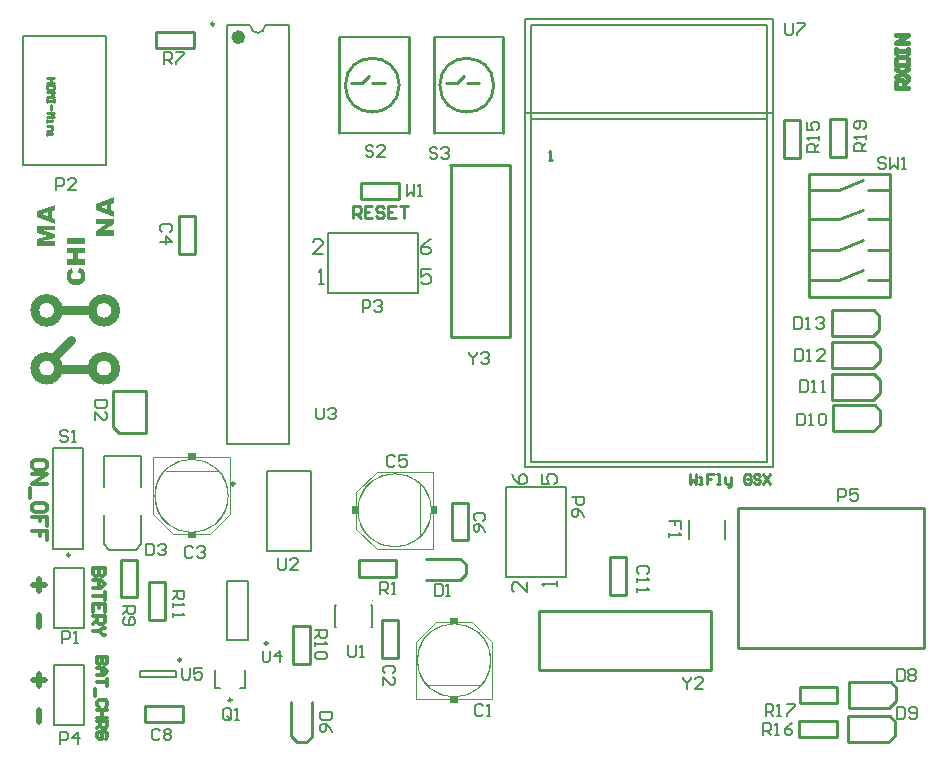
<source format=gto>
%FSLAX42Y42*%
%MOMM*%
G71*
G01*
G75*
%ADD10R,1.30X1.50*%
%ADD11R,1.00X1.10*%
%ADD12R,1.10X1.00*%
%ADD13O,2.20X0.60*%
%ADD14R,1.50X1.30*%
%ADD15R,1.40X3.00*%
%ADD16R,3.00X1.40*%
%ADD17O,1.00X3.20*%
%ADD18R,1.00X3.20*%
%ADD19R,2.00X1.10*%
%ADD20R,6.00X2.00*%
%ADD21R,2.00X6.00*%
%ADD22R,0.80X2.00*%
%ADD23R,1.75X3.50*%
%ADD24R,1.75X1.10*%
%ADD25R,1.75X1.10*%
%ADD26R,2.30X2.30*%
%ADD27R,0.90X0.95*%
%ADD28R,0.90X0.95*%
%ADD29R,0.65X1.10*%
%ADD30R,0.55X1.45*%
%ADD31R,0.55X1.45*%
%ADD32R,1.00X1.00*%
%ADD33R,3.30X1.40*%
%ADD34C,1.00*%
%ADD35R,1.20X0.23*%
%ADD36C,0.40*%
%ADD37C,0.45*%
%ADD38C,0.25*%
%ADD39C,0.60*%
%ADD40C,0.25*%
%ADD41C,0.30*%
%ADD42C,1.52*%
%ADD43C,3.22*%
%ADD44C,1.68*%
%ADD45C,1.50*%
%ADD46R,1.50X1.50*%
%ADD47R,1.50X1.50*%
%ADD48C,1.85*%
%ADD49R,1.85X1.85*%
G04:AMPARAMS|DCode=50|XSize=1.25mm|YSize=2mm|CornerRadius=0.31mm|HoleSize=0mm|Usage=FLASHONLY|Rotation=270.000|XOffset=0mm|YOffset=0mm|HoleType=Round|Shape=RoundedRectangle|*
%AMROUNDEDRECTD50*
21,1,1.25,1.38,0,0,270.0*
21,1,0.63,2.00,0,0,270.0*
1,1,0.63,-0.69,-0.31*
1,1,0.63,-0.69,0.31*
1,1,0.63,0.69,0.31*
1,1,0.63,0.69,-0.31*
%
%ADD50ROUNDEDRECTD50*%
G04:AMPARAMS|DCode=51|XSize=1.25mm|YSize=1.8mm|CornerRadius=0.31mm|HoleSize=0mm|Usage=FLASHONLY|Rotation=270.000|XOffset=0mm|YOffset=0mm|HoleType=Round|Shape=RoundedRectangle|*
%AMROUNDEDRECTD51*
21,1,1.25,1.18,0,0,270.0*
21,1,0.63,1.80,0,0,270.0*
1,1,0.63,-0.59,-0.31*
1,1,0.63,-0.59,0.31*
1,1,0.63,0.59,0.31*
1,1,0.63,0.59,-0.31*
%
%ADD51ROUNDEDRECTD51*%
%ADD52C,0.70*%
%ADD53C,0.66*%
%ADD54O,0.85X0.30*%
%ADD55O,0.30X0.85*%
%ADD56R,2.80X2.80*%
%ADD57O,0.25X0.75*%
%ADD58O,0.75X0.25*%
%ADD59R,3.80X3.80*%
%ADD60R,1.70X1.10*%
%ADD61R,1.40X3.30*%
%ADD62R,2.00X0.70*%
%ADD63C,0.50*%
%ADD64C,0.10*%
%ADD65C,0.20*%
%ADD66C,0.10*%
%ADD67C,0.80*%
%ADD68C,0.13*%
%ADD69C,0.20*%
%ADD70R,0.70X0.60*%
%ADD71R,0.60X0.70*%
G36*
X-5874Y1693D02*
X-5873Y1693D01*
X-5872Y1692D01*
X-5869Y1691D01*
X-5865Y1690D01*
X-5860Y1688D01*
X-5855Y1686D01*
X-5850Y1683D01*
X-5846Y1680D01*
X-5845Y1679D01*
X-5844Y1678D01*
X-5842Y1676D01*
X-5839Y1674D01*
X-5836Y1671D01*
X-5833Y1667D01*
X-5831Y1662D01*
X-5828Y1658D01*
X-5828Y1657D01*
X-5827Y1655D01*
X-5826Y1652D01*
X-5825Y1649D01*
X-5824Y1644D01*
X-5823Y1638D01*
X-5823Y1631D01*
X-5822Y1624D01*
Y1624D01*
Y1623D01*
Y1622D01*
Y1620D01*
X-5823Y1618D01*
Y1615D01*
X-5823Y1610D01*
X-5824Y1603D01*
X-5825Y1597D01*
X-5827Y1590D01*
X-5829Y1583D01*
Y1583D01*
X-5830Y1583D01*
X-5830Y1582D01*
X-5831Y1581D01*
X-5833Y1578D01*
X-5835Y1574D01*
X-5839Y1570D01*
X-5843Y1565D01*
X-5848Y1561D01*
X-5855Y1556D01*
X-5855D01*
X-5856Y1556D01*
X-5857Y1555D01*
X-5858Y1555D01*
X-5860Y1554D01*
X-5862Y1553D01*
X-5865Y1552D01*
X-5867Y1551D01*
X-5871Y1550D01*
X-5874Y1549D01*
X-5878Y1548D01*
X-5882Y1547D01*
X-5891Y1546D01*
X-5901Y1545D01*
X-5905D01*
X-5908Y1545D01*
X-5911Y1546D01*
X-5914Y1546D01*
X-5918Y1547D01*
X-5923Y1548D01*
X-5932Y1550D01*
X-5937Y1551D01*
X-5942Y1553D01*
X-5947Y1556D01*
X-5951Y1558D01*
X-5955Y1561D01*
X-5959Y1565D01*
X-5960Y1565D01*
X-5960Y1566D01*
X-5961Y1567D01*
X-5963Y1569D01*
X-5964Y1571D01*
X-5966Y1573D01*
X-5968Y1576D01*
X-5970Y1580D01*
X-5972Y1583D01*
X-5973Y1588D01*
X-5975Y1592D01*
X-5977Y1597D01*
X-5978Y1603D01*
X-5979Y1609D01*
X-5980Y1615D01*
X-5980Y1622D01*
Y1622D01*
Y1623D01*
Y1625D01*
X-5980Y1626D01*
Y1629D01*
X-5979Y1632D01*
X-5979Y1635D01*
X-5978Y1638D01*
X-5977Y1645D01*
X-5975Y1653D01*
X-5972Y1660D01*
X-5970Y1664D01*
X-5968Y1667D01*
Y1667D01*
X-5968Y1668D01*
X-5967Y1669D01*
X-5966Y1670D01*
X-5963Y1673D01*
X-5959Y1676D01*
X-5954Y1680D01*
X-5948Y1684D01*
X-5941Y1688D01*
X-5932Y1692D01*
X-5923Y1650D01*
X-5924D01*
X-5925Y1650D01*
X-5926Y1649D01*
X-5927Y1649D01*
X-5930Y1647D01*
X-5932Y1646D01*
X-5933Y1645D01*
X-5934Y1645D01*
X-5934Y1645D01*
X-5935Y1644D01*
X-5937Y1643D01*
X-5939Y1640D01*
X-5942Y1635D01*
Y1635D01*
X-5942Y1635D01*
X-5943Y1633D01*
X-5943Y1632D01*
X-5944Y1630D01*
X-5944Y1628D01*
X-5945Y1623D01*
Y1623D01*
Y1622D01*
Y1621D01*
X-5944Y1620D01*
X-5944Y1617D01*
X-5943Y1614D01*
X-5942Y1610D01*
X-5939Y1606D01*
X-5936Y1602D01*
X-5934Y1600D01*
X-5932Y1599D01*
X-5931Y1598D01*
X-5930Y1598D01*
X-5928Y1597D01*
X-5925Y1595D01*
X-5920Y1594D01*
X-5915Y1593D01*
X-5909Y1592D01*
X-5902Y1592D01*
X-5898D01*
X-5896Y1592D01*
X-5893D01*
X-5888Y1593D01*
X-5882Y1594D01*
X-5877Y1595D01*
X-5871Y1597D01*
X-5869Y1598D01*
X-5867Y1600D01*
X-5867Y1600D01*
X-5866Y1601D01*
X-5864Y1603D01*
X-5862Y1605D01*
X-5861Y1609D01*
X-5859Y1612D01*
X-5858Y1616D01*
X-5858Y1621D01*
Y1622D01*
Y1622D01*
Y1624D01*
X-5858Y1626D01*
X-5859Y1629D01*
X-5860Y1632D01*
X-5861Y1636D01*
X-5863Y1639D01*
X-5865Y1642D01*
X-5865Y1642D01*
X-5867Y1643D01*
X-5868Y1644D01*
X-5871Y1645D01*
X-5874Y1647D01*
X-5878Y1649D01*
X-5882Y1650D01*
X-5887Y1652D01*
X-5875Y1693D01*
X-5874D01*
X-5874Y1693D01*
D02*
G37*
G36*
X-5825Y1815D02*
X-5887D01*
Y1763D01*
X-5825D01*
Y1716D01*
X-5977D01*
Y1763D01*
X-5924D01*
Y1815D01*
X-5977D01*
Y1862D01*
X-5825D01*
Y1815D01*
D02*
G37*
G36*
X-5583Y2064D02*
X-5666Y2007D01*
X-5583D01*
Y1962D01*
X-5735D01*
Y2006D01*
X-5650Y2064D01*
X-5735D01*
Y2108D01*
X-5583D01*
Y2064D01*
D02*
G37*
G36*
Y2240D02*
X-5608Y2233D01*
Y2180D01*
X-5583Y2172D01*
Y2124D01*
X-5735Y2181D01*
Y2233D01*
X-5583Y2290D01*
Y2240D01*
D02*
G37*
G36*
X-6078Y2177D02*
X-6103Y2169D01*
Y2116D01*
X-6078Y2108D01*
Y2061D01*
X-6230Y2118D01*
Y2169D01*
X-6078Y2226D01*
Y2177D01*
D02*
G37*
G36*
Y2008D02*
X-6193D01*
X-6078Y1978D01*
Y1943D01*
X-6193Y1914D01*
X-6078D01*
Y1875D01*
X-6230D01*
Y1937D01*
X-6137Y1961D01*
X-6230Y1984D01*
Y2046D01*
X-6078D01*
Y2008D01*
D02*
G37*
G36*
X-5825Y1895D02*
X-5977D01*
Y1942D01*
X-5825D01*
Y1895D01*
D02*
G37*
%LPC*%
G36*
X-6135Y2160D02*
X-6190Y2143D01*
X-6135Y2126D01*
Y2160D01*
D02*
G37*
G36*
X-5640Y2223D02*
X-5695Y2206D01*
X-5640Y2189D01*
Y2223D01*
D02*
G37*
%LPD*%
D36*
X1145Y3210D02*
X1045D01*
Y3260D01*
X1062Y3277D01*
X1095D01*
X1112Y3260D01*
Y3210D01*
Y3243D02*
X1145Y3277D01*
X1045Y3310D02*
X1145Y3377D01*
X1045D02*
X1145Y3310D01*
X1045Y3410D02*
X1145D01*
Y3460D01*
X1128Y3477D01*
X1062D01*
X1045Y3460D01*
Y3410D01*
Y3510D02*
Y3543D01*
Y3527D01*
X1145D01*
Y3510D01*
Y3543D01*
Y3593D02*
X1045D01*
X1145Y3660D01*
X1045D01*
D38*
X-2365Y3237D02*
G03*
X-2365Y3237I-228J0D01*
G01*
X-3165Y3237D02*
G03*
X-3165Y3237I-228J0D01*
G01*
X497Y1110D02*
X843D01*
X900Y1168D01*
Y1282D01*
X852Y1330D02*
X900Y1282D01*
X497Y1330D02*
X852D01*
X497Y1110D02*
Y1325D01*
X500Y840D02*
X845D01*
X902Y898D01*
Y1012D01*
X855Y1060D02*
X902Y1012D01*
X500Y1060D02*
X855D01*
X500Y840D02*
Y1055D01*
X500Y570D02*
X845D01*
X902Y628D01*
Y742D01*
X855Y790D02*
X902Y742D01*
X500Y790D02*
X855D01*
X500Y570D02*
Y785D01*
X505Y305D02*
X850D01*
X907Y362D01*
Y477D01*
X860Y525D02*
X907Y477D01*
X505Y525D02*
X860D01*
X505Y305D02*
Y520D01*
X-5031Y1810D02*
X-4894D01*
X-5031D02*
Y2130D01*
X-4894D01*
Y1810D02*
Y2130D01*
X481Y2950D02*
X618D01*
Y2630D02*
Y2950D01*
X481Y2630D02*
X618D01*
X481D02*
Y2950D01*
X545Y-1993D02*
Y-1856D01*
X225Y-1993D02*
X545D01*
X225D02*
Y-1856D01*
X545D01*
X543Y-2281D02*
Y-2144D01*
X223Y-2281D02*
X543D01*
X223D02*
Y-2144D01*
X543D01*
X94Y2622D02*
X231D01*
X94D02*
Y2942D01*
X231D01*
Y2622D02*
Y2942D01*
X-3905Y-2279D02*
Y-1987D01*
X-3953Y-2327D02*
X-3905Y-2279D01*
X-4032Y-2327D02*
X-3953D01*
X-4082Y-2276D02*
X-4032Y-2327D01*
X-4082Y-2276D02*
Y-1987D01*
X-2593Y3257D02*
X-2487D01*
X-2677D02*
X-2619Y3316D01*
X-2680Y3257D02*
X-2677D01*
X-2769D02*
X-2680D01*
X-2286Y2828D02*
Y3643D01*
X-2873Y2828D02*
Y3643D01*
X-3393Y3257D02*
X-3287D01*
X-3477D02*
X-3419Y3316D01*
X-3480Y3257D02*
X-3477D01*
X-3569D02*
X-3480D01*
X-3086Y2828D02*
Y3643D01*
X-3673Y2828D02*
Y3643D01*
X807Y1585D02*
X990D01*
X562Y1588D02*
X762Y1668D01*
X303Y1585D02*
X562D01*
X303Y1440D02*
X990D01*
X303Y1843D02*
X562D01*
Y1845D02*
X762Y1925D01*
X807Y1843D02*
X990D01*
X303Y2100D02*
X562D01*
Y2103D02*
X762Y2183D01*
X807Y2100D02*
X990D01*
X807Y2350D02*
X990D01*
X562Y2353D02*
X762Y2433D01*
X303Y2350D02*
X562D01*
X303Y2488D02*
X990D01*
X303Y1440D02*
Y2488D01*
X990Y1440D02*
Y2488D01*
X-295Y-1525D02*
Y-345D01*
X1280D01*
Y-1525D02*
Y-345D01*
X-295Y-1525D02*
X1280D01*
X632Y-2327D02*
Y-2112D01*
Y-2108D02*
X988D01*
X1035Y-2155D01*
Y-2270D02*
Y-2155D01*
X977Y-2327D02*
X1035Y-2270D01*
X632Y-2327D02*
X977D01*
X640Y-2038D02*
Y-1823D01*
Y-1817D02*
X995D01*
X1042Y-1865D01*
Y-1980D02*
Y-1865D01*
X985Y-2038D02*
X1042Y-1980D01*
X640Y-2038D02*
X985D01*
X-1384Y-760D02*
X-1247D01*
Y-1080D02*
Y-760D01*
X-1384Y-1080D02*
X-1247D01*
X-1384D02*
Y-760D01*
X-525Y-1215D02*
X-522Y-1212D01*
X-1980Y-1215D02*
X-525D01*
X-1980Y-1715D02*
X-1977Y-1717D01*
X-522D01*
Y-1212D01*
X-1980Y-1715D02*
Y-1215D01*
X-2733Y2565D02*
X-2730Y2563D01*
Y1107D02*
Y2563D01*
X-2230Y1107D02*
X-2227Y1110D01*
Y2565D01*
X-2733D02*
X-2227D01*
X-2730Y1107D02*
X-2230D01*
X-4905Y3554D02*
Y3691D01*
X-5225Y3554D02*
X-4905D01*
X-5225D02*
Y3691D01*
X-4905D01*
X-3165Y2274D02*
Y2411D01*
X-3485Y2274D02*
X-3165D01*
X-3485D02*
Y2411D01*
X-3165D01*
X-5586Y346D02*
Y650D01*
Y346D02*
X-5535Y295D01*
X-5307D01*
Y650D01*
X-5586D02*
X-5307D01*
X-2721Y-297D02*
X-2584D01*
Y-617D02*
Y-297D01*
X-2721Y-617D02*
X-2584D01*
X-2721D02*
Y-297D01*
X-2938Y-772D02*
X-2646D01*
X-2598Y-820D01*
Y-899D02*
Y-820D01*
X-2649Y-950D02*
X-2598Y-899D01*
X-2938Y-950D02*
X-2649D01*
X-3508Y-924D02*
Y-787D01*
X-3188D01*
Y-924D02*
Y-787D01*
X-3508Y-924D02*
X-3188D01*
X-5521Y-1100D02*
X-5384D01*
X-5521D02*
Y-780D01*
X-5384D01*
Y-1100D02*
Y-780D01*
X-5281Y-1290D02*
X-5144D01*
X-5281D02*
Y-970D01*
X-5144D01*
Y-1290D02*
Y-970D01*
X-5313Y-2156D02*
Y-2019D01*
X-4993D01*
Y-2156D02*
Y-2019D01*
X-5313Y-2156D02*
X-4993D01*
X-4061Y-1665D02*
X-3924D01*
X-4061D02*
Y-1345D01*
X-3924D01*
Y-1665D02*
Y-1345D01*
X-3308Y-1610D02*
X-3171D01*
X-3308D02*
Y-1290D01*
X-3171D01*
Y-1610D02*
Y-1290D01*
X-6105Y927D02*
X-6092D01*
X-705Y-56D02*
Y-138D01*
X-678Y-110D01*
X-651Y-138D01*
Y-56D01*
X-624Y-138D02*
X-597D01*
X-610D01*
Y-83D01*
X-624D01*
X-502Y-56D02*
X-556D01*
Y-97D01*
X-529D01*
X-556D01*
Y-138D01*
X-475D02*
X-448D01*
X-461D01*
Y-56D01*
X-475D01*
X-407Y-83D02*
Y-124D01*
X-394Y-138D01*
X-353D01*
Y-151D01*
X-366Y-165D01*
X-380D01*
X-353Y-138D02*
Y-83D01*
X-190Y-70D02*
X-204Y-56D01*
X-231D01*
X-245Y-70D01*
Y-124D01*
X-231Y-138D01*
X-204D01*
X-190Y-124D01*
Y-97D01*
X-217D01*
X-109Y-70D02*
X-123Y-56D01*
X-150D01*
X-163Y-70D01*
Y-83D01*
X-150Y-97D01*
X-123D01*
X-109Y-110D01*
Y-124D01*
X-123Y-138D01*
X-150D01*
X-163Y-124D01*
X-82Y-56D02*
X-28Y-138D01*
Y-56D02*
X-82Y-138D01*
X-1900Y2600D02*
X-1873D01*
X-1886D01*
Y2681D01*
X-1900Y2668D01*
X-6087Y3300D02*
X-6147D01*
X-6117D01*
Y3259D01*
X-6087D01*
X-6147D01*
X-6087Y3239D02*
X-6147D01*
Y3209D01*
X-6137Y3198D01*
X-6097D01*
X-6087Y3209D01*
Y3239D01*
X-6147Y3178D02*
X-6087D01*
X-6107Y3158D01*
X-6087Y3137D01*
X-6147D01*
X-6087Y3117D02*
Y3097D01*
Y3107D01*
X-6147D01*
Y3117D01*
Y3097D01*
X-6117Y3066D02*
Y3026D01*
X-6147Y3005D02*
X-6087D01*
X-6107Y2985D01*
X-6087Y2965D01*
X-6147D01*
Y2945D02*
Y2924D01*
Y2934D01*
X-6107D01*
Y2945D01*
X-6147Y2894D02*
X-6107D01*
Y2863D01*
X-6117Y2853D01*
X-6147D01*
Y2833D02*
Y2812D01*
Y2823D01*
X-6107D01*
Y2833D01*
D39*
X-4497Y3643D02*
G03*
X-4497Y3643I-30J0D01*
G01*
D40*
X-4280Y-1488D02*
G03*
X-4280Y-1488I-12J0D01*
G01*
X-4731Y3754D02*
G03*
X-4731Y3754I-12J0D01*
G01*
X-5952Y-741D02*
G03*
X-5952Y-741I-12J0D01*
G01*
X-4560Y-138D02*
G03*
X-4560Y-138I-12J0D01*
G01*
X-4585Y-1968D02*
G03*
X-4585Y-1968I-12J0D01*
G01*
X-5012Y-1627D02*
G03*
X-5012Y-1627I-12J0D01*
G01*
X-3558Y2112D02*
Y2212D01*
X-3508D01*
X-3491Y2196D01*
Y2162D01*
X-3508Y2146D01*
X-3558D01*
X-3524D02*
X-3491Y2112D01*
X-3391Y2212D02*
X-3458D01*
Y2112D01*
X-3391D01*
X-3458Y2162D02*
X-3424D01*
X-3291Y2196D02*
X-3308Y2212D01*
X-3341D01*
X-3358Y2196D01*
Y2179D01*
X-3341Y2162D01*
X-3308D01*
X-3291Y2146D01*
Y2129D01*
X-3308Y2112D01*
X-3341D01*
X-3358Y2129D01*
X-3191Y2212D02*
X-3258D01*
Y2112D01*
X-3191D01*
X-3258Y2162D02*
X-3224D01*
X-3158Y2212D02*
X-3091D01*
X-3124D01*
Y2112D01*
D41*
X-5655Y-855D02*
X-5755D01*
Y-905D01*
X-5738Y-922D01*
X-5722D01*
X-5705Y-905D01*
Y-855D01*
Y-905D01*
X-5688Y-922D01*
X-5672D01*
X-5655Y-905D01*
Y-855D01*
X-5755Y-955D02*
X-5688D01*
X-5655Y-988D01*
X-5688Y-1022D01*
X-5755D01*
X-5705D01*
Y-955D01*
X-5655Y-1055D02*
Y-1122D01*
Y-1088D01*
X-5755D01*
X-5655Y-1222D02*
Y-1155D01*
X-5755D01*
Y-1222D01*
X-5705Y-1155D02*
Y-1188D01*
X-5755Y-1255D02*
X-5655D01*
Y-1305D01*
X-5672Y-1322D01*
X-5705D01*
X-5722Y-1305D01*
Y-1255D01*
Y-1288D02*
X-5755Y-1322D01*
X-5655Y-1355D02*
X-5672D01*
X-5705Y-1388D01*
X-5672Y-1421D01*
X-5655D01*
X-5705Y-1388D02*
X-5755D01*
X-5635Y-1608D02*
X-5725D01*
Y-1652D01*
X-5710Y-1667D01*
X-5695D01*
X-5680Y-1652D01*
Y-1608D01*
Y-1652D01*
X-5665Y-1667D01*
X-5650D01*
X-5635Y-1652D01*
Y-1608D01*
X-5725Y-1697D02*
X-5665D01*
X-5635Y-1727D01*
X-5665Y-1757D01*
X-5725D01*
X-5680D01*
Y-1697D01*
X-5635Y-1787D02*
Y-1847D01*
Y-1817D01*
X-5725D01*
X-5740Y-1877D02*
Y-1937D01*
X-5650Y-2027D02*
X-5635Y-2012D01*
Y-1982D01*
X-5650Y-1967D01*
X-5710D01*
X-5725Y-1982D01*
Y-2012D01*
X-5710Y-2027D01*
X-5635Y-2057D02*
X-5725D01*
X-5680D01*
Y-2117D01*
X-5635D01*
X-5725D01*
Y-2147D02*
X-5635D01*
Y-2192D01*
X-5650Y-2207D01*
X-5680D01*
X-5695Y-2192D01*
Y-2147D01*
Y-2177D02*
X-5725Y-2207D01*
X-5650Y-2297D02*
X-5635Y-2282D01*
Y-2252D01*
X-5650Y-2237D01*
X-5710D01*
X-5725Y-2252D01*
Y-2282D01*
X-5710Y-2297D01*
X-5680D01*
Y-2267D01*
X-6150Y3D02*
Y43D01*
X-6170Y62D01*
X-6250D01*
X-6270Y43D01*
Y3D01*
X-6250Y-17D01*
X-6170D01*
X-6150Y3D01*
X-6270Y-57D02*
X-6150D01*
X-6270Y-137D01*
X-6150D01*
X-6290Y-177D02*
Y-257D01*
X-6150Y-357D02*
Y-317D01*
X-6170Y-297D01*
X-6250D01*
X-6270Y-317D01*
Y-357D01*
X-6250Y-377D01*
X-6170D01*
X-6150Y-357D01*
Y-497D02*
Y-417D01*
X-6210D01*
Y-457D01*
Y-417D01*
X-6270D01*
X-6150Y-617D02*
Y-537D01*
X-6210D01*
Y-577D01*
Y-537D01*
X-6270D01*
D63*
X-6216Y-948D02*
Y-1049D01*
X-6166Y-998D02*
X-6267D01*
X-6216Y-1252D02*
Y-1354D01*
Y-1748D02*
Y-1849D01*
X-6166Y-1798D02*
X-6267D01*
X-6216Y-2052D02*
Y-2154D01*
D64*
X-4828Y-535D02*
G03*
X-4828Y55I-95J295D01*
G01*
X-5017D02*
G03*
X-5017Y-535I95J-295D01*
G01*
X-4613Y-240D02*
G03*
X-4613Y-240I-310J0D01*
G01*
X-3498Y-457D02*
G03*
X-2907Y-457I295J95D01*
G01*
Y-268D02*
G03*
X-3498Y-268I-295J-95D01*
G01*
X-2893Y-362D02*
G03*
X-2893Y-362I-310J0D01*
G01*
X-2795Y-1338D02*
G03*
X-2795Y-1928I95J-295D01*
G01*
X-2605D02*
G03*
X-2605Y-1338I-95J295D01*
G01*
X-2390Y-1633D02*
G03*
X-2390Y-1633I-310J0D01*
G01*
X-4598Y-395D02*
Y85D01*
X-4768Y-565D02*
X-4598Y-395D01*
X-5077Y-565D02*
X-4768D01*
X-5247Y-395D02*
X-5077Y-565D01*
X-5247Y-395D02*
Y85D01*
X-4598D01*
X-4828D02*
X-4598D01*
Y-395D02*
Y85D01*
X-4768Y-565D02*
X-4598Y-395D01*
X-4828Y-565D02*
X-4768D01*
X-5077D02*
X-5017D01*
X-5247Y-395D02*
X-5077Y-565D01*
X-5247Y-395D02*
Y85D01*
X-5017D01*
X-5142Y-30D02*
X-4698D01*
X-3357Y-687D02*
X-2878D01*
X-3527Y-517D02*
X-3357Y-687D01*
X-3527Y-517D02*
Y-208D01*
X-3357Y-38D01*
X-2878D01*
Y-687D02*
Y-38D01*
Y-687D02*
Y-457D01*
X-3357Y-687D02*
X-2878D01*
X-3527Y-517D02*
X-3357Y-687D01*
X-3527Y-517D02*
Y-457D01*
Y-268D02*
Y-208D01*
X-3357Y-38D01*
X-2878D01*
Y-268D02*
Y-38D01*
X-2992Y-587D02*
Y-143D01*
X-3025Y-1957D02*
Y-1478D01*
X-2855Y-1308D01*
X-2545D01*
X-2375Y-1478D01*
Y-1957D02*
Y-1478D01*
X-3025Y-1957D02*
X-2375D01*
X-3025D02*
X-2795D01*
X-3025D02*
Y-1478D01*
X-2855Y-1308D01*
X-2795D01*
X-2605D02*
X-2545D01*
X-2375Y-1478D01*
Y-1957D02*
Y-1478D01*
X-2605Y-1957D02*
X-2375D01*
X-2925Y-1843D02*
X-2480D01*
D65*
X-4426Y3743D02*
G03*
X-4299Y3743I63J0D01*
G01*
X-4442Y-1462D02*
Y-962D01*
X-4622Y-1462D02*
Y-962D01*
Y-1462D02*
X-4442D01*
X-4622Y-962D02*
X-4442D01*
X-2873Y3643D02*
X-2286D01*
X-2873Y2828D02*
X-2286D01*
X-3673Y3643D02*
X-3086D01*
X-3673Y2828D02*
X-3086D01*
X-1756Y-654D02*
Y-167D01*
Y-929D02*
Y-167D01*
X-2264Y-929D02*
Y-167D01*
Y-929D02*
X-1756D01*
X-2264Y-167D02*
X-1756D01*
X-4627Y203D02*
Y3743D01*
X-4097Y203D02*
Y3743D01*
X-4627D02*
X-4426D01*
X-4299D02*
X-4097D01*
X-4627Y203D02*
X-4097D01*
X-3494Y1476D02*
X-3008D01*
X-3769D02*
X-3008D01*
X-3769Y1983D02*
X-3008D01*
X-3769Y1476D02*
Y1983D01*
X-3008Y1476D02*
Y1983D01*
X-6092Y-693D02*
X-5838D01*
Y163D01*
X-6092D02*
X-5838D01*
X-6092Y-693D02*
Y163D01*
X-5833Y-1361D02*
Y-853D01*
X-6087D02*
X-5833D01*
X-6087Y-1361D02*
Y-853D01*
Y-1361D02*
X-5833D01*
X-4285Y-703D02*
Y-32D01*
Y-703D02*
X-3915D01*
Y-32D01*
X-4285D02*
X-3915D01*
X-5833Y-2181D02*
Y-1673D01*
X-6087D02*
X-5833D01*
X-6087Y-2181D02*
Y-1673D01*
Y-2181D02*
X-5833D01*
X-5663Y95D02*
X-5352D01*
X-5663Y-650D02*
X-5618Y-695D01*
X-5397D02*
X-5352Y-650D01*
X-5618Y-695D02*
X-5397D01*
X-5663Y-165D02*
Y95D01*
X-5352Y-165D02*
Y95D01*
Y-650D02*
Y-405D01*
X-5663Y-650D02*
Y-405D01*
X-4728Y-1865D02*
X-4683D01*
X-4513D02*
X-4468D01*
X-4728D02*
Y-1718D01*
X-4468Y-1865D02*
Y-1718D01*
X-5362Y-1773D02*
X-5053D01*
X-5362Y-1723D02*
X-5053D01*
X-5362Y-1773D02*
Y-1723D01*
X-5053Y-1773D02*
Y-1723D01*
X-3705Y-1168D02*
X-3700D01*
X-3705Y-1348D02*
X-3700D01*
X-3400Y-1168D02*
X-3395D01*
X-3400Y-1348D02*
X-3395D01*
Y-1168D01*
X-3705Y-1348D02*
Y-1168D01*
X-405Y-605D02*
Y-445D01*
X-715Y-605D02*
Y-445D01*
X-3102Y2400D02*
Y2300D01*
X-3069Y2333D01*
X-3036Y2300D01*
Y2400D01*
X-3003Y2300D02*
X-2969D01*
X-2986D01*
Y2400D01*
X-3003Y2383D01*
X-2458Y-2017D02*
X-2475Y-2000D01*
X-2508D01*
X-2525Y-2017D01*
Y-2083D01*
X-2508Y-2100D01*
X-2475D01*
X-2458Y-2083D01*
X-2425Y-2100D02*
X-2392D01*
X-2408D01*
Y-2000D01*
X-2425Y-2017D01*
X-3219Y-1744D02*
X-3203Y-1727D01*
Y-1694D01*
X-3219Y-1677D01*
X-3286D01*
X-3303Y-1694D01*
Y-1727D01*
X-3286Y-1744D01*
X-3303Y-1844D02*
Y-1777D01*
X-3236Y-1844D01*
X-3219D01*
X-3203Y-1827D01*
Y-1794D01*
X-3219Y-1777D01*
X-4913Y-684D02*
X-4930Y-668D01*
X-4963D01*
X-4980Y-684D01*
Y-751D01*
X-4963Y-768D01*
X-4930D01*
X-4913Y-751D01*
X-4880Y-684D02*
X-4863Y-668D01*
X-4830D01*
X-4813Y-684D01*
Y-701D01*
X-4830Y-718D01*
X-4847D01*
X-4830D01*
X-4813Y-734D01*
Y-751D01*
X-4830Y-768D01*
X-4863D01*
X-4880Y-751D01*
X-5104Y1996D02*
X-5088Y2013D01*
Y2046D01*
X-5104Y2062D01*
X-5171D01*
X-5188Y2046D01*
Y2013D01*
X-5171Y1996D01*
X-5188Y1913D02*
X-5088D01*
X-5138Y1963D01*
Y1896D01*
X-3198Y86D02*
X-3215Y102D01*
X-3248D01*
X-3265Y86D01*
Y19D01*
X-3248Y3D01*
X-3215D01*
X-3198Y19D01*
X-3098Y102D02*
X-3165D01*
Y52D01*
X-3132Y69D01*
X-3115D01*
X-3098Y52D01*
Y19D01*
X-3115Y3D01*
X-3148D01*
X-3165Y19D01*
X-2452Y-449D02*
X-2435Y-432D01*
Y-399D01*
X-2452Y-383D01*
X-2518D01*
X-2535Y-399D01*
Y-432D01*
X-2518Y-449D01*
X-2435Y-549D02*
X-2452Y-516D01*
X-2485Y-482D01*
X-2518D01*
X-2535Y-499D01*
Y-532D01*
X-2518Y-549D01*
X-2502D01*
X-2485Y-532D01*
Y-482D01*
X-5193Y-2227D02*
X-5210Y-2210D01*
X-5243D01*
X-5260Y-2227D01*
Y-2293D01*
X-5243Y-2310D01*
X-5210D01*
X-5193Y-2293D01*
X-5160Y-2227D02*
X-5143Y-2210D01*
X-5110D01*
X-5093Y-2227D01*
Y-2243D01*
X-5110Y-2260D01*
X-5093Y-2277D01*
Y-2293D01*
X-5110Y-2310D01*
X-5143D01*
X-5160Y-2293D01*
Y-2277D01*
X-5143Y-2260D01*
X-5160Y-2243D01*
Y-2227D01*
X-5143Y-2260D02*
X-5110D01*
X-1069Y-904D02*
X-1053Y-887D01*
Y-854D01*
X-1069Y-838D01*
X-1136D01*
X-1152Y-854D01*
Y-887D01*
X-1136Y-904D01*
X-1152Y-937D02*
Y-971D01*
Y-954D01*
X-1053D01*
X-1069Y-937D01*
X-1152Y-1021D02*
Y-1054D01*
Y-1037D01*
X-1053D01*
X-1069Y-1021D01*
X-2865Y-985D02*
Y-1085D01*
X-2815D01*
X-2798Y-1068D01*
Y-1002D01*
X-2815Y-985D01*
X-2865D01*
X-2765Y-1085D02*
X-2732D01*
X-2748D01*
Y-985D01*
X-2765Y-1002D01*
X-5305Y-645D02*
Y-745D01*
X-5255D01*
X-5238Y-728D01*
Y-662D01*
X-5255Y-645D01*
X-5305D01*
X-5205Y-662D02*
X-5188Y-645D01*
X-5155D01*
X-5138Y-662D01*
Y-678D01*
X-5155Y-695D01*
X-5172D01*
X-5155D01*
X-5138Y-712D01*
Y-728D01*
X-5155Y-745D01*
X-5188D01*
X-5205Y-728D01*
X-3735Y-2070D02*
X-3835D01*
Y-2120D01*
X-3818Y-2137D01*
X-3752D01*
X-3735Y-2120D01*
Y-2070D01*
Y-2237D02*
X-3752Y-2203D01*
X-3785Y-2170D01*
X-3818D01*
X-3835Y-2187D01*
Y-2220D01*
X-3818Y-2237D01*
X-3802D01*
X-3785Y-2220D01*
Y-2170D01*
X1048Y-1710D02*
Y-1810D01*
X1097D01*
X1114Y-1793D01*
Y-1727D01*
X1097Y-1710D01*
X1048D01*
X1147Y-1727D02*
X1164Y-1710D01*
X1197D01*
X1214Y-1727D01*
Y-1743D01*
X1197Y-1760D01*
X1214Y-1777D01*
Y-1793D01*
X1197Y-1810D01*
X1164D01*
X1147Y-1793D01*
Y-1777D01*
X1164Y-1760D01*
X1147Y-1743D01*
Y-1727D01*
X1164Y-1760D02*
X1197D01*
X1050Y-2028D02*
Y-2127D01*
X1100D01*
X1117Y-2111D01*
Y-2044D01*
X1100Y-2028D01*
X1050D01*
X1150Y-2111D02*
X1167Y-2127D01*
X1200D01*
X1217Y-2111D01*
Y-2044D01*
X1200Y-2028D01*
X1167D01*
X1150Y-2044D01*
Y-2061D01*
X1167Y-2078D01*
X1217D01*
X203Y457D02*
Y358D01*
X252D01*
X269Y374D01*
Y441D01*
X252Y457D01*
X203D01*
X302Y358D02*
X336D01*
X319D01*
Y457D01*
X302Y441D01*
X386D02*
X402Y457D01*
X436D01*
X452Y441D01*
Y374D01*
X436Y358D01*
X402D01*
X386Y374D01*
Y441D01*
X228Y737D02*
Y638D01*
X277D01*
X294Y654D01*
Y721D01*
X277Y737D01*
X228D01*
X327Y638D02*
X361D01*
X344D01*
Y737D01*
X327Y721D01*
X411Y638D02*
X444D01*
X427D01*
Y737D01*
X411Y721D01*
X188Y1005D02*
Y905D01*
X237D01*
X254Y922D01*
Y988D01*
X237Y1005D01*
X188D01*
X287Y905D02*
X321D01*
X304D01*
Y1005D01*
X287Y988D01*
X437Y905D02*
X371D01*
X437Y972D01*
Y988D01*
X421Y1005D01*
X387D01*
X371Y988D01*
X180Y1272D02*
Y1173D01*
X230D01*
X247Y1189D01*
Y1256D01*
X230Y1272D01*
X180D01*
X280Y1173D02*
X313D01*
X297D01*
Y1272D01*
X280Y1256D01*
X363D02*
X380Y1272D01*
X413D01*
X430Y1256D01*
Y1239D01*
X413Y1222D01*
X397D01*
X413D01*
X430Y1206D01*
Y1189D01*
X413Y1173D01*
X380D01*
X363Y1189D01*
X-783Y-519D02*
Y-453D01*
X-833D01*
Y-486D01*
Y-453D01*
X-882D01*
Y-552D02*
Y-586D01*
Y-569D01*
X-783D01*
X-799Y-552D01*
X-6020Y-1485D02*
Y-1385D01*
X-5970D01*
X-5953Y-1402D01*
Y-1435D01*
X-5970Y-1452D01*
X-6020D01*
X-5920Y-1485D02*
X-5887D01*
X-5903D01*
Y-1385D01*
X-5920Y-1402D01*
X-6070Y2350D02*
Y2450D01*
X-6020D01*
X-6003Y2433D01*
Y2400D01*
X-6020Y2383D01*
X-6070D01*
X-5903Y2350D02*
X-5970D01*
X-5903Y2417D01*
Y2433D01*
X-5920Y2450D01*
X-5953D01*
X-5970Y2433D01*
X-3475Y1318D02*
Y1417D01*
X-3425D01*
X-3408Y1401D01*
Y1367D01*
X-3425Y1351D01*
X-3475D01*
X-3375Y1401D02*
X-3358Y1417D01*
X-3325D01*
X-3308Y1401D01*
Y1384D01*
X-3325Y1367D01*
X-3342D01*
X-3325D01*
X-3308Y1351D01*
Y1334D01*
X-3325Y1318D01*
X-3358D01*
X-3375Y1334D01*
X-6038Y-2338D02*
Y-2238D01*
X-5988D01*
X-5971Y-2254D01*
Y-2288D01*
X-5988Y-2304D01*
X-6038D01*
X-5888Y-2338D02*
Y-2238D01*
X-5938Y-2288D01*
X-5871D01*
X-1700Y-250D02*
X-1600D01*
Y-300D01*
X-1617Y-317D01*
X-1650D01*
X-1667Y-300D01*
Y-250D01*
X-1600Y-417D02*
X-1617Y-383D01*
X-1650Y-350D01*
X-1683D01*
X-1700Y-367D01*
Y-400D01*
X-1683Y-417D01*
X-1667D01*
X-1650Y-400D01*
Y-350D01*
X-4591Y-2118D02*
Y-2052D01*
X-4608Y-2035D01*
X-4641D01*
X-4658Y-2052D01*
Y-2118D01*
X-4641Y-2135D01*
X-4608D01*
X-4624Y-2102D02*
X-4591Y-2135D01*
X-4608D02*
X-4591Y-2118D01*
X-4558Y-2135D02*
X-4524D01*
X-4541D01*
Y-2035D01*
X-4558Y-2052D01*
X-3330Y-1070D02*
Y-970D01*
X-3280D01*
X-3263Y-987D01*
Y-1020D01*
X-3280Y-1037D01*
X-3330D01*
X-3297D02*
X-3263Y-1070D01*
X-3230D02*
X-3197D01*
X-3213D01*
Y-970D01*
X-3230Y-987D01*
X-5153Y3420D02*
Y3520D01*
X-5103D01*
X-5086Y3503D01*
Y3470D01*
X-5103Y3453D01*
X-5153D01*
X-5119D02*
X-5086Y3420D01*
X-5053Y3520D02*
X-4986D01*
Y3503D01*
X-5053Y3437D01*
Y3420D01*
X-5500Y-1170D02*
X-5400D01*
Y-1220D01*
X-5417Y-1237D01*
X-5450D01*
X-5467Y-1220D01*
Y-1170D01*
Y-1203D02*
X-5500Y-1237D01*
X-5483Y-1270D02*
X-5500Y-1287D01*
Y-1320D01*
X-5483Y-1337D01*
X-5417D01*
X-5400Y-1320D01*
Y-1287D01*
X-5417Y-1270D01*
X-5433D01*
X-5450Y-1287D01*
Y-1337D01*
X-3875Y-1375D02*
X-3775D01*
Y-1425D01*
X-3792Y-1442D01*
X-3825D01*
X-3842Y-1425D01*
Y-1375D01*
Y-1408D02*
X-3875Y-1442D01*
Y-1475D02*
Y-1508D01*
Y-1492D01*
X-3775D01*
X-3792Y-1475D01*
Y-1558D02*
X-3775Y-1575D01*
Y-1608D01*
X-3792Y-1625D01*
X-3858D01*
X-3875Y-1608D01*
Y-1575D01*
X-3858Y-1558D01*
X-3792D01*
X-5083Y-1045D02*
X-4983D01*
Y-1095D01*
X-4999Y-1112D01*
X-5033D01*
X-5049Y-1095D01*
Y-1045D01*
Y-1078D02*
X-5083Y-1112D01*
Y-1145D02*
Y-1178D01*
Y-1162D01*
X-4983D01*
X-4999Y-1145D01*
X-5083Y-1228D02*
Y-1262D01*
Y-1245D01*
X-4983D01*
X-4999Y-1228D01*
X388Y2673D02*
X288D01*
Y2722D01*
X304Y2739D01*
X338D01*
X354Y2722D01*
Y2673D01*
Y2706D02*
X388Y2739D01*
Y2772D02*
Y2806D01*
Y2789D01*
X288D01*
X304Y2772D01*
X288Y2922D02*
Y2856D01*
X338D01*
X321Y2889D01*
Y2906D01*
X338Y2922D01*
X371D01*
X388Y2906D01*
Y2872D01*
X371Y2856D01*
X-85Y-2262D02*
Y-2163D01*
X-35D01*
X-18Y-2179D01*
Y-2213D01*
X-35Y-2229D01*
X-85D01*
X-52D02*
X-18Y-2262D01*
X15D02*
X48D01*
X32D01*
Y-2163D01*
X15Y-2179D01*
X165Y-2163D02*
X132Y-2179D01*
X98Y-2213D01*
Y-2246D01*
X115Y-2262D01*
X148D01*
X165Y-2246D01*
Y-2229D01*
X148Y-2213D01*
X98D01*
X-62Y-2102D02*
Y-2003D01*
X-13D01*
X4Y-2019D01*
Y-2053D01*
X-13Y-2069D01*
X-62D01*
X-29D02*
X4Y-2102D01*
X37D02*
X71D01*
X54D01*
Y-2003D01*
X37Y-2019D01*
X121Y-2003D02*
X187D01*
Y-2019D01*
X121Y-2086D01*
Y-2102D01*
X790Y2680D02*
X690D01*
Y2730D01*
X707Y2747D01*
X740D01*
X757Y2730D01*
Y2680D01*
Y2713D02*
X790Y2747D01*
Y2780D02*
Y2813D01*
Y2797D01*
X690D01*
X707Y2780D01*
X773Y2863D02*
X790Y2880D01*
Y2913D01*
X773Y2930D01*
X707D01*
X690Y2913D01*
Y2880D01*
X707Y2863D01*
X723D01*
X740Y2880D01*
Y2930D01*
X-5966Y301D02*
X-5983Y317D01*
X-6016D01*
X-6033Y301D01*
Y284D01*
X-6016Y267D01*
X-5983D01*
X-5966Y251D01*
Y234D01*
X-5983Y217D01*
X-6016D01*
X-6033Y234D01*
X-5933Y217D02*
X-5899D01*
X-5916D01*
Y317D01*
X-5933Y301D01*
X-3383Y2716D02*
X-3400Y2732D01*
X-3433D01*
X-3450Y2716D01*
Y2699D01*
X-3433Y2682D01*
X-3400D01*
X-3383Y2666D01*
Y2649D01*
X-3400Y2633D01*
X-3433D01*
X-3450Y2649D01*
X-3283Y2633D02*
X-3350D01*
X-3283Y2699D01*
Y2716D01*
X-3300Y2732D01*
X-3333D01*
X-3350Y2716D01*
X-2841Y2698D02*
X-2858Y2715D01*
X-2891D01*
X-2908Y2698D01*
Y2682D01*
X-2891Y2665D01*
X-2858D01*
X-2841Y2648D01*
Y2632D01*
X-2858Y2615D01*
X-2891D01*
X-2908Y2632D01*
X-2808Y2698D02*
X-2791Y2715D01*
X-2758D01*
X-2741Y2698D01*
Y2682D01*
X-2758Y2665D01*
X-2774D01*
X-2758D01*
X-2741Y2648D01*
Y2632D01*
X-2758Y2615D01*
X-2791D01*
X-2808Y2632D01*
X-4190Y-768D02*
Y-851D01*
X-4173Y-868D01*
X-4140D01*
X-4123Y-851D01*
Y-768D01*
X-4023Y-868D02*
X-4090D01*
X-4023Y-801D01*
Y-784D01*
X-4040Y-768D01*
X-4073D01*
X-4090Y-784D01*
X-3867Y507D02*
Y424D01*
X-3851Y407D01*
X-3818D01*
X-3801Y424D01*
Y507D01*
X-3768Y491D02*
X-3751Y507D01*
X-3718D01*
X-3701Y491D01*
Y474D01*
X-3718Y457D01*
X-3734D01*
X-3718D01*
X-3701Y441D01*
Y424D01*
X-3718Y407D01*
X-3751D01*
X-3768Y424D01*
X-4322Y-1550D02*
Y-1633D01*
X-4306Y-1650D01*
X-4273D01*
X-4256Y-1633D01*
Y-1550D01*
X-4173Y-1650D02*
Y-1550D01*
X-4223Y-1600D01*
X-4156D01*
X-5003Y-1695D02*
Y-1778D01*
X-4986Y-1795D01*
X-4953D01*
X-4936Y-1778D01*
Y-1695D01*
X-4836D02*
X-4903D01*
Y-1745D01*
X-4869Y-1728D01*
X-4853D01*
X-4836Y-1745D01*
Y-1778D01*
X-4853Y-1795D01*
X-4886D01*
X-4903Y-1778D01*
X100Y3765D02*
Y3682D01*
X117Y3665D01*
X150D01*
X167Y3682D01*
Y3765D01*
X200D02*
X267D01*
Y3748D01*
X200Y3682D01*
Y3665D01*
X-760Y-1775D02*
Y-1792D01*
X-727Y-1825D01*
X-693Y-1792D01*
Y-1775D01*
X-727Y-1825D02*
Y-1875D01*
X-593D02*
X-660D01*
X-593Y-1808D01*
Y-1792D01*
X-610Y-1775D01*
X-643D01*
X-660Y-1792D01*
X-2570Y975D02*
Y958D01*
X-2537Y925D01*
X-2503Y958D01*
Y975D01*
X-2537Y925D02*
Y875D01*
X-2470Y958D02*
X-2453Y975D01*
X-2420D01*
X-2403Y958D01*
Y942D01*
X-2420Y925D01*
X-2437D01*
X-2420D01*
X-2403Y908D01*
Y892D01*
X-2420Y875D01*
X-2453D01*
X-2470Y892D01*
X-3600Y-1505D02*
Y-1588D01*
X-3583Y-1605D01*
X-3550D01*
X-3533Y-1588D01*
Y-1505D01*
X-3500Y-1605D02*
X-3467D01*
X-3483D01*
Y-1505D01*
X-3500Y-1522D01*
X550Y-285D02*
Y-185D01*
X600D01*
X617Y-202D01*
Y-235D01*
X600Y-252D01*
X550D01*
X717Y-185D02*
X650D01*
Y-235D01*
X683Y-218D01*
X700D01*
X717Y-235D01*
Y-268D01*
X700Y-285D01*
X667D01*
X650Y-268D01*
X959Y2613D02*
X942Y2630D01*
X909D01*
X893Y2613D01*
Y2597D01*
X909Y2580D01*
X942D01*
X959Y2563D01*
Y2547D01*
X942Y2530D01*
X909D01*
X893Y2547D01*
X992Y2630D02*
Y2530D01*
X1026Y2563D01*
X1059Y2530D01*
Y2630D01*
X1092Y2530D02*
X1126D01*
X1109D01*
Y2630D01*
X1092Y2613D01*
X-5638Y568D02*
X-5738D01*
Y518D01*
X-5721Y501D01*
X-5654D01*
X-5638Y518D01*
Y568D01*
X-5738Y401D02*
Y468D01*
X-5671Y401D01*
X-5654D01*
X-5638Y418D01*
Y451D01*
X-5654Y468D01*
D66*
X-3392Y-1128D02*
G03*
X-3392Y-1128I-5J0D01*
G01*
D67*
X-6050Y840D02*
G03*
X-6050Y840I-100J0D01*
G01*
X-5565D02*
G03*
X-5565Y840I-100J0D01*
G01*
X-6050Y1330D02*
G03*
X-6050Y1330I-100J0D01*
G01*
X-5565D02*
G03*
X-5565Y1330I-100J0D01*
G01*
X-6047Y832D02*
X-5762D01*
X-6055Y1330D02*
X-5778D01*
X-6092Y927D02*
X-5940Y1080D01*
D68*
X-2100Y3000D02*
X0D01*
X-2100D02*
Y3800D01*
Y0D02*
Y3000D01*
Y0D02*
X0D01*
Y3000D01*
Y3800D01*
X-2100D02*
X0D01*
X-2050Y2950D02*
X-50D01*
X-2050Y50D02*
Y2950D01*
Y3750D01*
X-50D01*
Y2950D02*
Y3750D01*
Y50D02*
Y2950D01*
X-2050Y50D02*
X-50D01*
X-6347Y2565D02*
Y3650D01*
Y2565D02*
X-5648D01*
Y3650D01*
X-6347D02*
X-5648D01*
D69*
X-1832Y-1006D02*
Y-963D01*
Y-985D01*
X-1959D01*
X-1937Y-1006D01*
X-2086Y-972D02*
Y-1056D01*
X-2170Y-972D01*
X-2191D01*
X-2213Y-993D01*
Y-1035D01*
X-2191Y-1056D01*
X-1959Y-57D02*
Y-142D01*
X-1895D01*
X-1916Y-100D01*
Y-79D01*
X-1895Y-57D01*
X-1853D01*
X-1832Y-79D01*
Y-121D01*
X-1853Y-142D01*
X-2213Y-57D02*
X-2191Y-100D01*
X-2149Y-142D01*
X-2107D01*
X-2086Y-121D01*
Y-79D01*
X-2107Y-57D01*
X-2128D01*
X-2149Y-79D01*
Y-142D01*
X-3846Y1552D02*
X-3803D01*
X-3825D01*
Y1679D01*
X-3846Y1657D01*
X-3812Y1806D02*
X-3897D01*
X-3812Y1890D01*
Y1911D01*
X-3833Y1933D01*
X-3875D01*
X-3897Y1911D01*
X-2897Y1679D02*
X-2982D01*
Y1615D01*
X-2940Y1636D01*
X-2919D01*
X-2897Y1615D01*
Y1573D01*
X-2919Y1552D01*
X-2961D01*
X-2982Y1573D01*
X-2897Y1933D02*
X-2940Y1911D01*
X-2982Y1869D01*
Y1827D01*
X-2961Y1806D01*
X-2919D01*
X-2897Y1827D01*
Y1848D01*
X-2919Y1869D01*
X-2982D01*
D70*
X-4922Y95D02*
D03*
Y-575D02*
D03*
X-2700Y-1967D02*
D03*
Y-1297D02*
D03*
D71*
X-2867Y-363D02*
D03*
X-3537D02*
D03*
M02*

</source>
